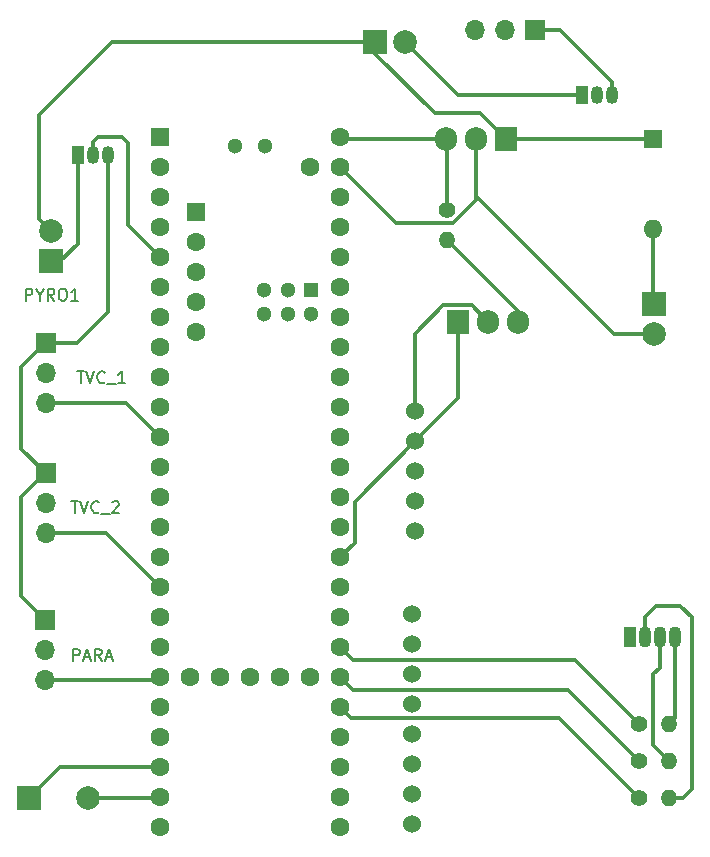
<source format=gbr>
%TF.GenerationSoftware,KiCad,Pcbnew,8.0.2*%
%TF.CreationDate,2024-06-20T15:08:29+01:00*%
%TF.ProjectId,dadaelus v0.3,64616461-656c-4757-9320-76302e332e6b,rev?*%
%TF.SameCoordinates,Original*%
%TF.FileFunction,Copper,L1,Top*%
%TF.FilePolarity,Positive*%
%FSLAX46Y46*%
G04 Gerber Fmt 4.6, Leading zero omitted, Abs format (unit mm)*
G04 Created by KiCad (PCBNEW 8.0.2) date 2024-06-20 15:08:29*
%MOMM*%
%LPD*%
G01*
G04 APERTURE LIST*
%ADD10C,0.200000*%
%TA.AperFunction,NonConductor*%
%ADD11C,0.200000*%
%TD*%
%TA.AperFunction,ComponentPad*%
%ADD12R,1.050000X1.500000*%
%TD*%
%TA.AperFunction,ComponentPad*%
%ADD13O,1.050000X1.500000*%
%TD*%
%TA.AperFunction,ComponentPad*%
%ADD14C,2.000000*%
%TD*%
%TA.AperFunction,ComponentPad*%
%ADD15R,2.000000X2.000000*%
%TD*%
%TA.AperFunction,ComponentPad*%
%ADD16R,1.700000X1.700000*%
%TD*%
%TA.AperFunction,ComponentPad*%
%ADD17O,1.700000X1.700000*%
%TD*%
%TA.AperFunction,ComponentPad*%
%ADD18R,1.905000X2.000000*%
%TD*%
%TA.AperFunction,ComponentPad*%
%ADD19O,1.905000X2.000000*%
%TD*%
%TA.AperFunction,ComponentPad*%
%ADD20R,1.600000X1.600000*%
%TD*%
%TA.AperFunction,ComponentPad*%
%ADD21O,1.600000X1.600000*%
%TD*%
%TA.AperFunction,ComponentPad*%
%ADD22C,1.400000*%
%TD*%
%TA.AperFunction,ComponentPad*%
%ADD23O,1.400000X1.400000*%
%TD*%
%TA.AperFunction,ComponentPad*%
%ADD24R,1.070000X1.800000*%
%TD*%
%TA.AperFunction,ComponentPad*%
%ADD25O,1.070000X1.800000*%
%TD*%
%TA.AperFunction,ComponentPad*%
%ADD26C,1.600000*%
%TD*%
%TA.AperFunction,ComponentPad*%
%ADD27R,1.300000X1.300000*%
%TD*%
%TA.AperFunction,ComponentPad*%
%ADD28C,1.300000*%
%TD*%
%TA.AperFunction,ComponentPad*%
%ADD29C,1.524000*%
%TD*%
%TA.AperFunction,Conductor*%
%ADD30C,0.350000*%
%TD*%
G04 APERTURE END LIST*
D10*
D11*
X124369673Y-85367219D02*
X124369673Y-84367219D01*
X124369673Y-84367219D02*
X124750625Y-84367219D01*
X124750625Y-84367219D02*
X124845863Y-84414838D01*
X124845863Y-84414838D02*
X124893482Y-84462457D01*
X124893482Y-84462457D02*
X124941101Y-84557695D01*
X124941101Y-84557695D02*
X124941101Y-84700552D01*
X124941101Y-84700552D02*
X124893482Y-84795790D01*
X124893482Y-84795790D02*
X124845863Y-84843409D01*
X124845863Y-84843409D02*
X124750625Y-84891028D01*
X124750625Y-84891028D02*
X124369673Y-84891028D01*
X125560149Y-84891028D02*
X125560149Y-85367219D01*
X125226816Y-84367219D02*
X125560149Y-84891028D01*
X125560149Y-84891028D02*
X125893482Y-84367219D01*
X126798244Y-85367219D02*
X126464911Y-84891028D01*
X126226816Y-85367219D02*
X126226816Y-84367219D01*
X126226816Y-84367219D02*
X126607768Y-84367219D01*
X126607768Y-84367219D02*
X126703006Y-84414838D01*
X126703006Y-84414838D02*
X126750625Y-84462457D01*
X126750625Y-84462457D02*
X126798244Y-84557695D01*
X126798244Y-84557695D02*
X126798244Y-84700552D01*
X126798244Y-84700552D02*
X126750625Y-84795790D01*
X126750625Y-84795790D02*
X126703006Y-84843409D01*
X126703006Y-84843409D02*
X126607768Y-84891028D01*
X126607768Y-84891028D02*
X126226816Y-84891028D01*
X127417292Y-84367219D02*
X127607768Y-84367219D01*
X127607768Y-84367219D02*
X127703006Y-84414838D01*
X127703006Y-84414838D02*
X127798244Y-84510076D01*
X127798244Y-84510076D02*
X127845863Y-84700552D01*
X127845863Y-84700552D02*
X127845863Y-85033885D01*
X127845863Y-85033885D02*
X127798244Y-85224361D01*
X127798244Y-85224361D02*
X127703006Y-85319600D01*
X127703006Y-85319600D02*
X127607768Y-85367219D01*
X127607768Y-85367219D02*
X127417292Y-85367219D01*
X127417292Y-85367219D02*
X127322054Y-85319600D01*
X127322054Y-85319600D02*
X127226816Y-85224361D01*
X127226816Y-85224361D02*
X127179197Y-85033885D01*
X127179197Y-85033885D02*
X127179197Y-84700552D01*
X127179197Y-84700552D02*
X127226816Y-84510076D01*
X127226816Y-84510076D02*
X127322054Y-84414838D01*
X127322054Y-84414838D02*
X127417292Y-84367219D01*
X128798244Y-85367219D02*
X128226816Y-85367219D01*
X128512530Y-85367219D02*
X128512530Y-84367219D01*
X128512530Y-84367219D02*
X128417292Y-84510076D01*
X128417292Y-84510076D02*
X128322054Y-84605314D01*
X128322054Y-84605314D02*
X128226816Y-84652933D01*
D10*
D11*
X128726816Y-91367219D02*
X129298244Y-91367219D01*
X129012530Y-92367219D02*
X129012530Y-91367219D01*
X129488721Y-91367219D02*
X129822054Y-92367219D01*
X129822054Y-92367219D02*
X130155387Y-91367219D01*
X131060149Y-92271980D02*
X131012530Y-92319600D01*
X131012530Y-92319600D02*
X130869673Y-92367219D01*
X130869673Y-92367219D02*
X130774435Y-92367219D01*
X130774435Y-92367219D02*
X130631578Y-92319600D01*
X130631578Y-92319600D02*
X130536340Y-92224361D01*
X130536340Y-92224361D02*
X130488721Y-92129123D01*
X130488721Y-92129123D02*
X130441102Y-91938647D01*
X130441102Y-91938647D02*
X130441102Y-91795790D01*
X130441102Y-91795790D02*
X130488721Y-91605314D01*
X130488721Y-91605314D02*
X130536340Y-91510076D01*
X130536340Y-91510076D02*
X130631578Y-91414838D01*
X130631578Y-91414838D02*
X130774435Y-91367219D01*
X130774435Y-91367219D02*
X130869673Y-91367219D01*
X130869673Y-91367219D02*
X131012530Y-91414838D01*
X131012530Y-91414838D02*
X131060149Y-91462457D01*
X131250626Y-92462457D02*
X132012530Y-92462457D01*
X132774435Y-92367219D02*
X132203007Y-92367219D01*
X132488721Y-92367219D02*
X132488721Y-91367219D01*
X132488721Y-91367219D02*
X132393483Y-91510076D01*
X132393483Y-91510076D02*
X132298245Y-91605314D01*
X132298245Y-91605314D02*
X132203007Y-91652933D01*
D10*
D11*
X128226816Y-102367219D02*
X128798244Y-102367219D01*
X128512530Y-103367219D02*
X128512530Y-102367219D01*
X128988721Y-102367219D02*
X129322054Y-103367219D01*
X129322054Y-103367219D02*
X129655387Y-102367219D01*
X130560149Y-103271980D02*
X130512530Y-103319600D01*
X130512530Y-103319600D02*
X130369673Y-103367219D01*
X130369673Y-103367219D02*
X130274435Y-103367219D01*
X130274435Y-103367219D02*
X130131578Y-103319600D01*
X130131578Y-103319600D02*
X130036340Y-103224361D01*
X130036340Y-103224361D02*
X129988721Y-103129123D01*
X129988721Y-103129123D02*
X129941102Y-102938647D01*
X129941102Y-102938647D02*
X129941102Y-102795790D01*
X129941102Y-102795790D02*
X129988721Y-102605314D01*
X129988721Y-102605314D02*
X130036340Y-102510076D01*
X130036340Y-102510076D02*
X130131578Y-102414838D01*
X130131578Y-102414838D02*
X130274435Y-102367219D01*
X130274435Y-102367219D02*
X130369673Y-102367219D01*
X130369673Y-102367219D02*
X130512530Y-102414838D01*
X130512530Y-102414838D02*
X130560149Y-102462457D01*
X130750626Y-103462457D02*
X131512530Y-103462457D01*
X131703007Y-102462457D02*
X131750626Y-102414838D01*
X131750626Y-102414838D02*
X131845864Y-102367219D01*
X131845864Y-102367219D02*
X132083959Y-102367219D01*
X132083959Y-102367219D02*
X132179197Y-102414838D01*
X132179197Y-102414838D02*
X132226816Y-102462457D01*
X132226816Y-102462457D02*
X132274435Y-102557695D01*
X132274435Y-102557695D02*
X132274435Y-102652933D01*
X132274435Y-102652933D02*
X132226816Y-102795790D01*
X132226816Y-102795790D02*
X131655388Y-103367219D01*
X131655388Y-103367219D02*
X132274435Y-103367219D01*
D10*
D11*
X128369673Y-115867219D02*
X128369673Y-114867219D01*
X128369673Y-114867219D02*
X128750625Y-114867219D01*
X128750625Y-114867219D02*
X128845863Y-114914838D01*
X128845863Y-114914838D02*
X128893482Y-114962457D01*
X128893482Y-114962457D02*
X128941101Y-115057695D01*
X128941101Y-115057695D02*
X128941101Y-115200552D01*
X128941101Y-115200552D02*
X128893482Y-115295790D01*
X128893482Y-115295790D02*
X128845863Y-115343409D01*
X128845863Y-115343409D02*
X128750625Y-115391028D01*
X128750625Y-115391028D02*
X128369673Y-115391028D01*
X129322054Y-115581504D02*
X129798244Y-115581504D01*
X129226816Y-115867219D02*
X129560149Y-114867219D01*
X129560149Y-114867219D02*
X129893482Y-115867219D01*
X130798244Y-115867219D02*
X130464911Y-115391028D01*
X130226816Y-115867219D02*
X130226816Y-114867219D01*
X130226816Y-114867219D02*
X130607768Y-114867219D01*
X130607768Y-114867219D02*
X130703006Y-114914838D01*
X130703006Y-114914838D02*
X130750625Y-114962457D01*
X130750625Y-114962457D02*
X130798244Y-115057695D01*
X130798244Y-115057695D02*
X130798244Y-115200552D01*
X130798244Y-115200552D02*
X130750625Y-115295790D01*
X130750625Y-115295790D02*
X130703006Y-115343409D01*
X130703006Y-115343409D02*
X130607768Y-115391028D01*
X130607768Y-115391028D02*
X130226816Y-115391028D01*
X131179197Y-115581504D02*
X131655387Y-115581504D01*
X131083959Y-115867219D02*
X131417292Y-114867219D01*
X131417292Y-114867219D02*
X131750625Y-115867219D01*
D12*
%TO.P,Q2,1,D*%
%TO.N,Net-(J7-Pin_2)*%
X171460000Y-68000000D03*
D13*
%TO.P,Q2,2,G*%
%TO.N,Net-(Q2-G)*%
X172730000Y-68000000D03*
%TO.P,Q2,3,S*%
%TO.N,GND*%
X174000000Y-68000000D03*
%TD*%
D14*
%TO.P,J7,2,Pin_2*%
%TO.N,Net-(J7-Pin_2)*%
X156500000Y-63500000D03*
D15*
%TO.P,J7,1,Pin_1*%
%TO.N,Net-(J6-Pin_2)*%
X153960000Y-63500000D03*
%TD*%
%TO.P,J6,1,Pin_1*%
%TO.N,Net-(J6-Pin_1)*%
X126500000Y-82040000D03*
D14*
%TO.P,J6,2,Pin_2*%
%TO.N,Net-(J6-Pin_2)*%
X126500000Y-79500000D03*
%TD*%
D16*
%TO.P,J5,1,Pin_1*%
%TO.N,GND*%
X167500000Y-62500000D03*
D17*
%TO.P,J5,2,Pin_2*%
%TO.N,Net-(J1-Pin_2)*%
X164960000Y-62500000D03*
%TO.P,J5,3,Pin_3*%
%TO.N,Net-(J5-Pin_3)*%
X162420000Y-62500000D03*
%TD*%
D16*
%TO.P,J4,1,Pin_1*%
%TO.N,GND*%
X126000000Y-112420000D03*
D17*
%TO.P,J4,2,Pin_2*%
%TO.N,Net-(J1-Pin_2)*%
X126000000Y-114960000D03*
%TO.P,J4,3,Pin_3*%
%TO.N,Net-(J4-Pin_3)*%
X126000000Y-117500000D03*
%TD*%
D18*
%TO.P,U5,1,ADJ/GND*%
%TO.N,Net-(U2-GND)*%
X160981600Y-87190000D03*
D19*
%TO.P,U5,2,OUT*%
%TO.N,Net-(U2-VCC)*%
X163521600Y-87190000D03*
%TO.P,U5,3,IN*%
%TO.N,Net-(U5-IN)*%
X166061600Y-87190000D03*
%TD*%
D16*
%TO.P,J1,1,Pin_1*%
%TO.N,GND*%
X126061600Y-88975000D03*
D17*
%TO.P,J1,2,Pin_2*%
%TO.N,Net-(J1-Pin_2)*%
X126061600Y-91515000D03*
%TO.P,J1,3,Pin_3*%
%TO.N,Net-(J1-Pin_3)*%
X126061600Y-94055000D03*
%TD*%
D20*
%TO.P,SW1,1,A*%
%TO.N,Net-(J6-Pin_2)*%
X177500000Y-71700000D03*
D21*
%TO.P,SW1,2,B*%
%TO.N,+9V*%
X177500000Y-79320000D03*
%TD*%
D22*
%TO.P,R3,1*%
%TO.N,Net-(U1-38_CS1_IN1)*%
X176280000Y-124350000D03*
D23*
%TO.P,R3,2*%
%TO.N,Net-(D1-GK)*%
X178820000Y-124350000D03*
%TD*%
D18*
%TO.P,U4,1,VI*%
%TO.N,Net-(J6-Pin_2)*%
X165061600Y-71690000D03*
D19*
%TO.P,U4,2,GND*%
%TO.N,GND*%
X162521600Y-71690000D03*
%TO.P,U4,3,VO*%
%TO.N,Net-(J1-Pin_2)*%
X159981600Y-71690000D03*
%TD*%
D15*
%TO.P,J3,1,Pin_1*%
%TO.N,+9V*%
X177561600Y-85650000D03*
D14*
%TO.P,J3,2,Pin_2*%
%TO.N,GND*%
X177561600Y-88190000D03*
%TD*%
D16*
%TO.P,J2,1,Pin_1*%
%TO.N,GND*%
X126061600Y-99975000D03*
D17*
%TO.P,J2,2,Pin_2*%
%TO.N,Net-(J1-Pin_2)*%
X126061600Y-102515000D03*
%TO.P,J2,3,Pin_3*%
%TO.N,Net-(J2-Pin_3)*%
X126061600Y-105055000D03*
%TD*%
D24*
%TO.P,D1,1,A*%
%TO.N,Net-(D1-A)*%
X175510000Y-113875000D03*
D25*
%TO.P,D1,2,BK*%
%TO.N,Net-(D1-BK)*%
X176780000Y-113875000D03*
%TO.P,D1,3,GK*%
%TO.N,Net-(D1-GK)*%
X178050000Y-113875000D03*
%TO.P,D1,4,RK*%
%TO.N,Net-(D1-RK)*%
X179320000Y-113875000D03*
%TD*%
D20*
%TO.P,U1,1,GND*%
%TO.N,GND*%
X135760000Y-71530000D03*
D26*
%TO.P,U1,2,0_RX1_CRX2_CS1*%
%TO.N,unconnected-(U1-0_RX1_CRX2_CS1-Pad2)*%
X135760000Y-74070000D03*
%TO.P,U1,3,1_TX1_CTX2_MISO1*%
%TO.N,unconnected-(U1-1_TX1_CTX2_MISO1-Pad3)*%
X135760000Y-76610000D03*
%TO.P,U1,4,2_OUT2*%
%TO.N,unconnected-(U1-2_OUT2-Pad4)*%
X135760000Y-79150000D03*
%TO.P,U1,5,3_LRCLK2*%
%TO.N,Net-(Q1-G)*%
X135760000Y-81690000D03*
%TO.P,U1,6,4_BCLK2*%
%TO.N,unconnected-(U1-4_BCLK2-Pad6)*%
X135760000Y-84230000D03*
%TO.P,U1,7,5_IN2*%
%TO.N,unconnected-(U1-5_IN2-Pad7)*%
X135760000Y-86770000D03*
%TO.P,U1,8,6_OUT1D*%
%TO.N,unconnected-(U1-6_OUT1D-Pad8)*%
X135760000Y-89310000D03*
%TO.P,U1,9,7_RX2_OUT1A*%
%TO.N,unconnected-(U1-7_RX2_OUT1A-Pad9)*%
X135760000Y-91850000D03*
%TO.P,U1,10,8_TX2_IN1*%
%TO.N,unconnected-(U1-8_TX2_IN1-Pad10)*%
X135760000Y-94390000D03*
%TO.P,U1,11,9_OUT1C*%
%TO.N,Net-(J1-Pin_3)*%
X135760000Y-96930000D03*
%TO.P,U1,12,10_CS_MQSR*%
%TO.N,unconnected-(U1-10_CS_MQSR-Pad12)*%
X135760000Y-99470000D03*
%TO.P,U1,13,11_MOSI_CTX1*%
%TO.N,unconnected-(U1-11_MOSI_CTX1-Pad13)*%
X135760000Y-102010000D03*
%TO.P,U1,14,12_MISO_MQSL*%
%TO.N,unconnected-(U1-12_MISO_MQSL-Pad14)*%
X135760000Y-104550000D03*
%TO.P,U1,15,3V3*%
%TO.N,unconnected-(U1-3V3-Pad15)*%
X135760000Y-107090000D03*
%TO.P,U1,16,24_A10_TX6_SCL2*%
%TO.N,Net-(J2-Pin_3)*%
X135760000Y-109630000D03*
%TO.P,U1,17,25_A11_RX6_SDA2*%
%TO.N,unconnected-(U1-25_A11_RX6_SDA2-Pad17)*%
X135760000Y-112170000D03*
%TO.P,U1,18,26_A12_MOSI1*%
%TO.N,unconnected-(U1-26_A12_MOSI1-Pad18)*%
X135760000Y-114710000D03*
%TO.P,U1,19,27_A13_SCK1*%
%TO.N,Net-(J4-Pin_3)*%
X135760000Y-117250000D03*
%TO.P,U1,20,28_RX7*%
%TO.N,unconnected-(U1-28_RX7-Pad20)*%
X135760000Y-119790000D03*
%TO.P,U1,21,29_TX7*%
%TO.N,unconnected-(U1-29_TX7-Pad21)*%
X135760000Y-122330000D03*
%TO.P,U1,22,30_CRX3*%
%TO.N,Net-(BZ1-+)*%
X135760000Y-124870000D03*
%TO.P,U1,23,31_CTX3*%
%TO.N,Net-(BZ1--)*%
X135760000Y-127410000D03*
%TO.P,U1,24,32_OUT1B*%
%TO.N,unconnected-(U1-32_OUT1B-Pad24)*%
X135760000Y-129950000D03*
%TO.P,U1,25,33_MCLK2*%
%TO.N,unconnected-(U1-33_MCLK2-Pad25)*%
X151000000Y-129950000D03*
%TO.P,U1,26,34_RX8*%
%TO.N,Net-(D1-A)*%
X151000000Y-127410000D03*
%TO.P,U1,27,35_TX8*%
%TO.N,unconnected-(U1-35_TX8-Pad27)*%
X151000000Y-124870000D03*
%TO.P,U1,28,36_CS*%
%TO.N,unconnected-(U1-36_CS-Pad28)*%
X151000000Y-122330000D03*
%TO.P,U1,29,37_CS*%
%TO.N,Net-(U1-37_CS)*%
X151000000Y-119790000D03*
%TO.P,U1,30,38_CS1_IN1*%
%TO.N,Net-(U1-38_CS1_IN1)*%
X151000000Y-117250000D03*
%TO.P,U1,31,39_MISO1_OUT1A*%
%TO.N,Net-(U1-39_MISO1_OUT1A)*%
X151000000Y-114710000D03*
%TO.P,U1,32,40_A16*%
%TO.N,unconnected-(U1-40_A16-Pad32)*%
X151000000Y-112170000D03*
%TO.P,U1,33,41_A17*%
%TO.N,unconnected-(U1-41_A17-Pad33)*%
X151000000Y-109630000D03*
%TO.P,U1,34,GND*%
%TO.N,Net-(U2-GND)*%
X151000000Y-107090000D03*
%TO.P,U1,35,13_SCK_LED*%
%TO.N,unconnected-(U1-13_SCK_LED-Pad35)*%
X151000000Y-104550000D03*
%TO.P,U1,36,14_A0_TX3_SPDIF_OUT*%
%TO.N,unconnected-(U1-14_A0_TX3_SPDIF_OUT-Pad36)*%
X151000000Y-102010000D03*
%TO.P,U1,37,15_A1_RX3_SPDIF_IN*%
%TO.N,unconnected-(U1-15_A1_RX3_SPDIF_IN-Pad37)*%
X151000000Y-99470000D03*
%TO.P,U1,38,16_A2_RX4_SCL1*%
%TO.N,Net-(U1-16_A2_RX4_SCL1)*%
X151000000Y-96930000D03*
%TO.P,U1,39,17_A3_TX4_SDA1*%
%TO.N,Net-(U1-17_A3_TX4_SDA1)*%
X151000000Y-94390000D03*
%TO.P,U1,40,18_A4_SDA*%
%TO.N,Net-(U1-18_A4_SDA)*%
X151000000Y-91850000D03*
%TO.P,U1,41,19_A5_SCL*%
%TO.N,Net-(U1-19_A5_SCL)*%
X151000000Y-89310000D03*
%TO.P,U1,42,20_A6_TX5_LRCLK1*%
%TO.N,unconnected-(U1-20_A6_TX5_LRCLK1-Pad42)*%
X151000000Y-86770000D03*
%TO.P,U1,43,21_A7_RX5_BCLK1*%
%TO.N,unconnected-(U1-21_A7_RX5_BCLK1-Pad43)*%
X151000000Y-84230000D03*
%TO.P,U1,44,22_A8_CTX1*%
%TO.N,Net-(Q2-G)*%
X151000000Y-81690000D03*
%TO.P,U1,45,23_A9_CRX1_MCLK1*%
%TO.N,Net-(J5-Pin_3)*%
X151000000Y-79150000D03*
%TO.P,U1,46,3V3*%
%TO.N,unconnected-(U1-3V3-Pad46)*%
X151000000Y-76610000D03*
%TO.P,U1,47,GND*%
%TO.N,GND*%
X151000000Y-74070000D03*
%TO.P,U1,48,VIN*%
%TO.N,Net-(J1-Pin_2)*%
X151000000Y-71530000D03*
%TO.P,U1,49,VUSB*%
%TO.N,unconnected-(U1-VUSB-Pad49)*%
X148460000Y-74070000D03*
%TO.P,U1,50,VBAT*%
%TO.N,unconnected-(U1-VBAT-Pad50)*%
X138300000Y-117250000D03*
%TO.P,U1,51,3V3*%
%TO.N,unconnected-(U1-3V3-Pad51)*%
X140840000Y-117250000D03*
%TO.P,U1,52,GND*%
%TO.N,unconnected-(U1-GND-Pad52)*%
X143380000Y-117250000D03*
%TO.P,U1,53,PROGRAM*%
%TO.N,unconnected-(U1-PROGRAM-Pad53)*%
X145920000Y-117250000D03*
%TO.P,U1,54,ON_OFF*%
%TO.N,unconnected-(U1-ON_OFF-Pad54)*%
X148460000Y-117250000D03*
D20*
%TO.P,U1,55,5V*%
%TO.N,unconnected-(U1-5V-Pad55)*%
X138810800Y-77829200D03*
D26*
%TO.P,U1,56,D-*%
%TO.N,unconnected-(U1-D--Pad56)*%
X138810800Y-80369200D03*
%TO.P,U1,57,D+*%
%TO.N,unconnected-(U1-D+-Pad57)*%
X138810800Y-82909200D03*
%TO.P,U1,58,GND*%
%TO.N,unconnected-(U1-GND-Pad58)*%
X138810800Y-85449200D03*
%TO.P,U1,59,GND*%
%TO.N,unconnected-(U1-GND-Pad59)*%
X138810800Y-87989200D03*
D27*
%TO.P,U1,60,R+*%
%TO.N,unconnected-(U1-R+-Pad60)*%
X148561600Y-84500000D03*
D28*
%TO.P,U1,61,LED*%
%TO.N,unconnected-(U1-LED-Pad61)*%
X146561600Y-84500000D03*
%TO.P,U1,62,T-*%
%TO.N,unconnected-(U1-T--Pad62)*%
X144561600Y-84500000D03*
%TO.P,U1,63,T+*%
%TO.N,unconnected-(U1-T+-Pad63)*%
X144561600Y-86500000D03*
%TO.P,U1,64,GND*%
%TO.N,unconnected-(U1-GND-Pad64)*%
X146561600Y-86500000D03*
%TO.P,U1,65,R-*%
%TO.N,unconnected-(U1-R--Pad65)*%
X148561600Y-86500000D03*
%TO.P,U1,66,D-*%
%TO.N,unconnected-(U1-D--Pad66)*%
X144650000Y-72260000D03*
%TO.P,U1,67,D+*%
%TO.N,unconnected-(U1-D+-Pad67)*%
X142110000Y-72260000D03*
%TD*%
D22*
%TO.P,R1,1*%
%TO.N,Net-(J1-Pin_2)*%
X160061600Y-77690000D03*
D23*
%TO.P,R1,2*%
%TO.N,Net-(U5-IN)*%
X160061600Y-80230000D03*
%TD*%
D29*
%TO.P,U2,1,VCC*%
%TO.N,Net-(U2-VCC)*%
X157338600Y-94737000D03*
%TO.P,U2,2,GND*%
%TO.N,Net-(U2-GND)*%
X157338600Y-97277000D03*
%TO.P,U2,3,SCL*%
%TO.N,Net-(U1-19_A5_SCL)*%
X157338600Y-99817000D03*
%TO.P,U2,4,SDA*%
%TO.N,Net-(U1-18_A4_SDA)*%
X157338600Y-102357000D03*
%TO.P,U2,5,3.3*%
%TO.N,unconnected-(U2-3.3-Pad5)*%
X157338600Y-104897000D03*
%TD*%
D12*
%TO.P,Q1,1,D*%
%TO.N,Net-(J6-Pin_1)*%
X128791600Y-73050000D03*
D13*
%TO.P,Q1,2,G*%
%TO.N,Net-(Q1-G)*%
X130061600Y-73050000D03*
%TO.P,Q1,3,S*%
%TO.N,GND*%
X131331600Y-73050000D03*
%TD*%
D22*
%TO.P,R4,1*%
%TO.N,Net-(U1-37_CS)*%
X176280000Y-127500000D03*
D23*
%TO.P,R4,2*%
%TO.N,Net-(D1-BK)*%
X178820000Y-127500000D03*
%TD*%
D29*
%TO.P,U3,1,VCC*%
%TO.N,Net-(U2-VCC)*%
X157076600Y-111927000D03*
%TO.P,U3,2,GND*%
%TO.N,Net-(U2-GND)*%
X157076600Y-114467000D03*
%TO.P,U3,3,SCL*%
%TO.N,Net-(U1-16_A2_RX4_SCL1)*%
X157076600Y-117007000D03*
%TO.P,U3,4,SDA*%
%TO.N,Net-(U1-17_A3_TX4_SDA1)*%
X157076600Y-119547000D03*
%TO.P,U3,5,XDA*%
%TO.N,unconnected-(U3-XDA-Pad5)*%
X157076600Y-122087000D03*
%TO.P,U3,6,XCL*%
%TO.N,unconnected-(U3-XCL-Pad6)*%
X157076600Y-124627000D03*
%TO.P,U3,7,ADD*%
%TO.N,unconnected-(U3-ADD-Pad7)*%
X157076600Y-127167000D03*
%TO.P,U3,8,INT*%
%TO.N,unconnected-(U3-INT-Pad8)*%
X157076600Y-129707000D03*
%TD*%
D22*
%TO.P,R2,1*%
%TO.N,Net-(U1-39_MISO1_OUT1A)*%
X176280000Y-121200000D03*
D23*
%TO.P,R2,2*%
%TO.N,Net-(D1-RK)*%
X178820000Y-121200000D03*
%TD*%
D15*
%TO.P,BZ1,1,+*%
%TO.N,Net-(BZ1-+)*%
X124629216Y-127500000D03*
D14*
%TO.P,BZ1,2,-*%
%TO.N,Net-(BZ1--)*%
X129629216Y-127500000D03*
%TD*%
D30*
%TO.N,Net-(J6-Pin_2)*%
X159000000Y-69500000D02*
X153960000Y-64460000D01*
X153960000Y-64460000D02*
X153960000Y-63500000D01*
X162871600Y-69500000D02*
X159000000Y-69500000D01*
X165061600Y-71690000D02*
X162871600Y-69500000D01*
%TO.N,GND*%
X174000000Y-66900000D02*
X174000000Y-68000000D01*
X169600000Y-62500000D02*
X174000000Y-66900000D01*
X167500000Y-62500000D02*
X169600000Y-62500000D01*
%TO.N,Net-(J6-Pin_1)*%
X127289213Y-82040000D02*
X126500000Y-82040000D01*
X128791600Y-80537613D02*
X127289213Y-82040000D01*
%TO.N,Net-(J6-Pin_2)*%
X125461600Y-78461600D02*
X126500000Y-79500000D01*
X125461600Y-69689872D02*
X125461600Y-78461600D01*
%TO.N,GND*%
X155745000Y-78815000D02*
X151000000Y-74070000D01*
X160527591Y-78815000D02*
X155745000Y-78815000D01*
X162521600Y-76820991D02*
X160527591Y-78815000D01*
X162521600Y-71690000D02*
X162521600Y-76820991D01*
%TO.N,Net-(J7-Pin_2)*%
X161000000Y-68000000D02*
X156500000Y-63500000D01*
X171460000Y-68000000D02*
X161000000Y-68000000D01*
%TO.N,Net-(J6-Pin_1)*%
X128791600Y-80537613D02*
X128791600Y-73050000D01*
%TO.N,Net-(J6-Pin_2)*%
X131651472Y-63500000D02*
X153960000Y-63500000D01*
X125461600Y-69689872D02*
X131651472Y-63500000D01*
%TO.N,Net-(BZ1-+)*%
X127259216Y-124870000D02*
X135760000Y-124870000D01*
X124629216Y-127500000D02*
X127259216Y-124870000D01*
%TO.N,Net-(BZ1--)*%
X129629216Y-127500000D02*
X135670000Y-127500000D01*
X135670000Y-127500000D02*
X135760000Y-127410000D01*
%TO.N,Net-(J4-Pin_3)*%
X135510000Y-117500000D02*
X135760000Y-117250000D01*
X126000000Y-117500000D02*
X135510000Y-117500000D01*
%TO.N,GND*%
X124000000Y-110420000D02*
X126000000Y-112420000D01*
X124000000Y-102000000D02*
X124000000Y-110420000D01*
X126025000Y-99975000D02*
X124000000Y-102000000D01*
X126061600Y-99975000D02*
X126025000Y-99975000D01*
X124000000Y-97913400D02*
X126061600Y-99975000D01*
X124000000Y-91000000D02*
X124000000Y-97913400D01*
X126025000Y-88975000D02*
X124000000Y-91000000D01*
X126061600Y-88975000D02*
X126025000Y-88975000D01*
%TO.N,Net-(J2-Pin_3)*%
X131185000Y-105055000D02*
X135760000Y-109630000D01*
X126061600Y-105055000D02*
X131185000Y-105055000D01*
%TO.N,Net-(J1-Pin_3)*%
X132885000Y-94055000D02*
X135760000Y-96930000D01*
X126061600Y-94055000D02*
X132885000Y-94055000D01*
%TO.N,GND*%
X128696600Y-88975000D02*
X126061600Y-88975000D01*
X131331600Y-86340000D02*
X128696600Y-88975000D01*
%TO.N,Net-(J1-Pin_2)*%
X160000000Y-77628400D02*
X160061600Y-77690000D01*
X160000000Y-71708400D02*
X160000000Y-77628400D01*
X159981600Y-71690000D02*
X160000000Y-71708400D01*
%TO.N,GND*%
X162521600Y-76521600D02*
X174190000Y-88190000D01*
X174190000Y-88190000D02*
X177561600Y-88190000D01*
X162521600Y-71690000D02*
X162521600Y-76521600D01*
%TO.N,Net-(U1-38_CS1_IN1)*%
X170290000Y-118360000D02*
X152110000Y-118360000D01*
X152110000Y-118360000D02*
X151000000Y-117250000D01*
X176280000Y-124350000D02*
X170290000Y-118360000D01*
%TO.N,Net-(U1-39_MISO1_OUT1A)*%
X152110000Y-115820000D02*
X151000000Y-114710000D01*
X176280000Y-121200000D02*
X170900000Y-115820000D01*
X170900000Y-115820000D02*
X152110000Y-115820000D01*
%TO.N,Net-(D1-GK)*%
X177500000Y-123030000D02*
X178820000Y-124350000D01*
X177500000Y-117000000D02*
X177500000Y-123030000D01*
X178050000Y-116450000D02*
X177500000Y-117000000D01*
X178050000Y-113875000D02*
X178050000Y-116450000D01*
%TO.N,Net-(U2-VCC)*%
X159735000Y-85765000D02*
X157338600Y-88161400D01*
X162144100Y-85765000D02*
X159735000Y-85765000D01*
X157338600Y-88161400D02*
X157338600Y-94737000D01*
X163521600Y-87190000D02*
X163521600Y-87142500D01*
X163521600Y-87142500D02*
X162144100Y-85765000D01*
%TO.N,Net-(U2-GND)*%
X152225000Y-105865000D02*
X151000000Y-107090000D01*
X152225000Y-102390600D02*
X152225000Y-105865000D01*
X157338600Y-97277000D02*
X152225000Y-102390600D01*
X160981600Y-93634000D02*
X157338600Y-97277000D01*
X160981600Y-87190000D02*
X160981600Y-93634000D01*
%TO.N,Net-(U1-38_CS1_IN1)*%
X175850000Y-124350000D02*
X176280000Y-124350000D01*
%TO.N,Net-(J1-Pin_2)*%
X151160000Y-71690000D02*
X151000000Y-71530000D01*
X159981600Y-71690000D02*
X151160000Y-71690000D01*
%TO.N,Net-(U1-37_CS)*%
X168000000Y-120734000D02*
X151944000Y-120734000D01*
X151944000Y-120734000D02*
X151000000Y-119790000D01*
%TO.N,Net-(Q1-G)*%
X132500000Y-71500000D02*
X133000000Y-72000000D01*
X133000000Y-72000000D02*
X133000000Y-78930000D01*
X130500000Y-71500000D02*
X132500000Y-71500000D01*
X130061600Y-71938400D02*
X130500000Y-71500000D01*
X130061600Y-73050000D02*
X130061600Y-71938400D01*
X133000000Y-78930000D02*
X135760000Y-81690000D01*
%TO.N,Net-(D1-BK)*%
X180000000Y-127500000D02*
X180758400Y-126741600D01*
X180758400Y-112185000D02*
X179758400Y-111185000D01*
X180758400Y-126741600D02*
X180758400Y-112185000D01*
X177758400Y-111185000D02*
X176780000Y-112163400D01*
X176780000Y-112163400D02*
X176780000Y-113875000D01*
X178820000Y-127500000D02*
X180000000Y-127500000D01*
X179758400Y-111185000D02*
X177758400Y-111185000D01*
%TO.N,GND*%
X131331600Y-73050000D02*
X131331600Y-86340000D01*
%TO.N,Net-(D1-RK)*%
X178820000Y-121200000D02*
X179320000Y-120700000D01*
X179320000Y-120700000D02*
X179320000Y-113875000D01*
%TO.N,+9V*%
X177500000Y-85588400D02*
X177561600Y-85650000D01*
X177500000Y-79320000D02*
X177500000Y-85588400D01*
%TO.N,Net-(J6-Pin_2)*%
X165061600Y-71690000D02*
X177490000Y-71690000D01*
X177490000Y-71690000D02*
X177500000Y-71700000D01*
%TO.N,Net-(J1-Pin_3)*%
X135450000Y-96690000D02*
X135760000Y-96380000D01*
%TO.N,Net-(U5-IN)*%
X160061600Y-80230000D02*
X166061600Y-86230000D01*
X166061600Y-86230000D02*
X166061600Y-87190000D01*
%TO.N,Net-(U1-37_CS)*%
X168000000Y-120734000D02*
X169514000Y-120734000D01*
X168000000Y-120734000D02*
X168500000Y-120734000D01*
X169514000Y-120734000D02*
X176280000Y-127500000D01*
%TD*%
M02*

</source>
